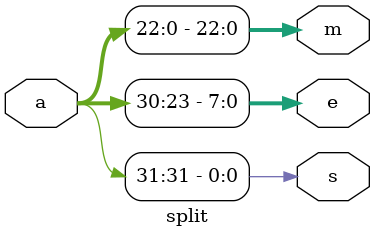
<source format=v>
module split(a,s,e,m);
input [31:0] a;
output s;
output [7:0] e;
output [22:0] m;

assign s = a[31];
assign e = a[30:23];
assign m = a[22:0];

endmodule
</source>
